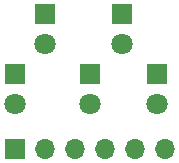
<source format=gtl>
%TF.GenerationSoftware,KiCad,Pcbnew,(6.0.10)*%
%TF.CreationDate,2023-01-30T00:45:51+02:00*%
%TF.ProjectId,LEDs Shield,4c454473-2053-4686-9965-6c642e6b6963,rev?*%
%TF.SameCoordinates,Original*%
%TF.FileFunction,Copper,L1,Top*%
%TF.FilePolarity,Positive*%
%FSLAX46Y46*%
G04 Gerber Fmt 4.6, Leading zero omitted, Abs format (unit mm)*
G04 Created by KiCad (PCBNEW (6.0.10)) date 2023-01-30 00:45:51*
%MOMM*%
%LPD*%
G01*
G04 APERTURE LIST*
%TA.AperFunction,ComponentPad*%
%ADD10R,1.800000X1.800000*%
%TD*%
%TA.AperFunction,ComponentPad*%
%ADD11C,1.800000*%
%TD*%
%TA.AperFunction,ComponentPad*%
%ADD12R,1.700000X1.700000*%
%TD*%
%TA.AperFunction,ComponentPad*%
%ADD13O,1.700000X1.700000*%
%TD*%
G04 APERTURE END LIST*
D10*
%TO.P,D5,1,K*%
%TO.N,Net-(D5-Pad1)*%
X162865000Y-91105000D03*
D11*
%TO.P,D5,2,A*%
%TO.N,Net-(J3-Pad5)*%
X162865000Y-93645000D03*
%TD*%
%TO.P,D4,2,A*%
%TO.N,Net-(D4-Pad2)*%
X159880000Y-88565000D03*
D10*
%TO.P,D4,1,K*%
%TO.N,GND*%
X159880000Y-86025000D03*
%TD*%
%TO.P,D3,1,K*%
%TO.N,Net-(D3-Pad1)*%
X157150000Y-91105000D03*
D11*
%TO.P,D3,2,A*%
%TO.N,Net-(J3-Pad3)*%
X157150000Y-93645000D03*
%TD*%
%TO.P,D2,2,A*%
%TO.N,Net-(D2-Pad2)*%
X153340000Y-88565000D03*
D10*
%TO.P,D2,1,K*%
%TO.N,GND*%
X153340000Y-86025000D03*
%TD*%
%TO.P,D1,1,K*%
%TO.N,Net-(D1-Pad1)*%
X150800000Y-91110000D03*
D11*
%TO.P,D1,2,A*%
%TO.N,Net-(J3-Pad1)*%
X150800000Y-93650000D03*
%TD*%
D12*
%TO.P,J3,1,Pin_1*%
%TO.N,Net-(J3-Pad1)*%
X150800000Y-97460000D03*
D13*
%TO.P,J3,2,Pin_2*%
%TO.N,Net-(J3-Pad2)*%
X153340000Y-97460000D03*
%TO.P,J3,3,Pin_3*%
%TO.N,Net-(J3-Pad3)*%
X155880000Y-97460000D03*
%TO.P,J3,4,Pin_4*%
%TO.N,Net-(J3-Pad4)*%
X158420000Y-97460000D03*
%TO.P,J3,5,Pin_5*%
%TO.N,Net-(J3-Pad5)*%
X160960000Y-97460000D03*
%TO.P,J3,6,Pin_6*%
%TO.N,GND*%
X163500000Y-97460000D03*
%TD*%
M02*

</source>
